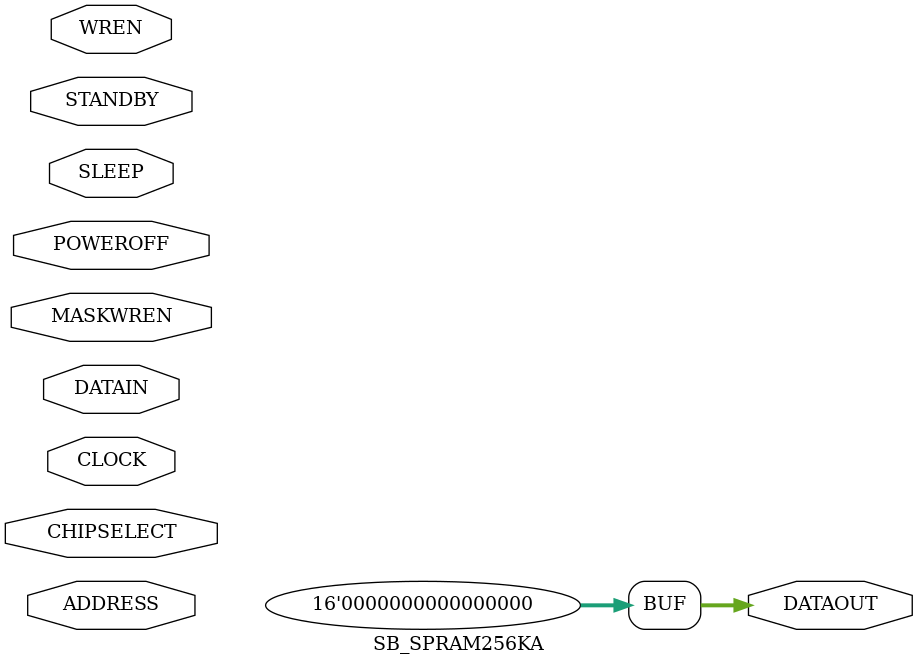
<source format=v>
module SB_SPRAM256KA(	// file.cleaned.mlir:2:3
  input  [13:0] ADDRESS,	// file.cleaned.mlir:2:31
  input  [15:0] DATAIN,	// file.cleaned.mlir:2:50
  input  [3:0]  MASKWREN,	// file.cleaned.mlir:2:68
  input         WREN,	// file.cleaned.mlir:2:87
                CHIPSELECT,	// file.cleaned.mlir:2:102
                CLOCK,	// file.cleaned.mlir:2:123
                STANDBY,	// file.cleaned.mlir:2:139
                SLEEP,	// file.cleaned.mlir:2:157
                POWEROFF,	// file.cleaned.mlir:2:173
  output [15:0] DATAOUT	// file.cleaned.mlir:2:193
);

  assign DATAOUT = 16'h0;	// file.cleaned.mlir:3:15, :4:5
endmodule


</source>
